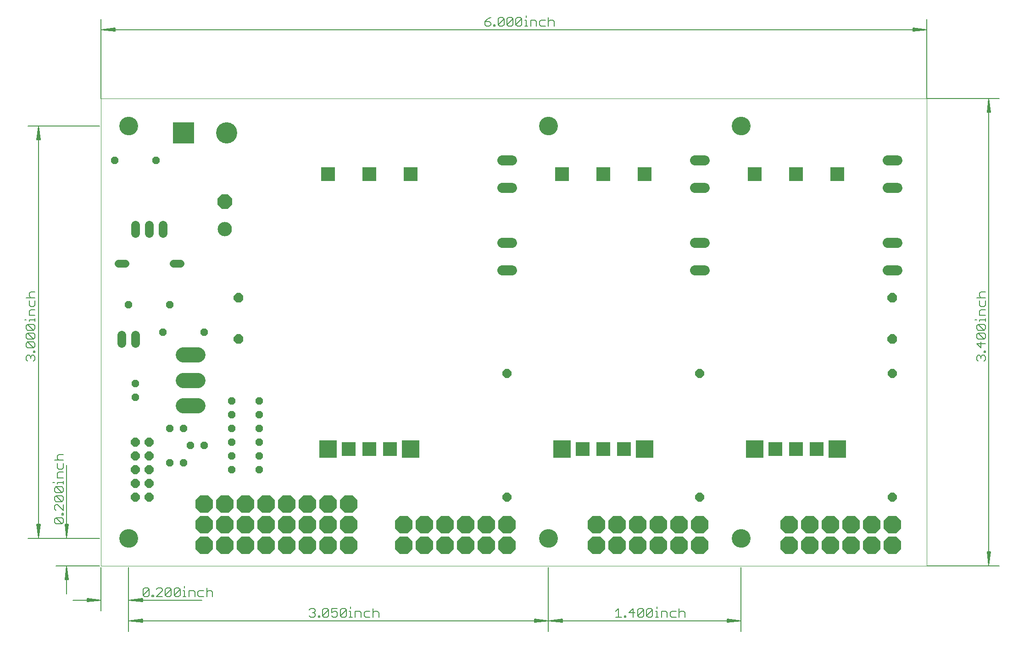
<source format=gts>
G75*
%MOIN*%
%OFA0B0*%
%FSLAX25Y25*%
%IPPOS*%
%LPD*%
%AMOC8*
5,1,8,0,0,1.08239X$1,22.5*
%
%ADD10C,0.00000*%
%ADD11C,0.00512*%
%ADD12C,0.00600*%
%ADD13C,0.10400*%
%ADD14OC8,0.10400*%
%ADD15C,0.07450*%
%ADD16C,0.13400*%
%ADD17OC8,0.05600*%
%ADD18C,0.11050*%
%ADD19C,0.06400*%
%ADD20C,0.05600*%
%ADD21R,0.09849X0.09849*%
%ADD22R,0.13061X0.13061*%
%ADD23OC8,0.07000*%
%ADD24OC8,0.06400*%
%ADD25OC8,0.12900*%
%ADD26R,0.15400X0.15400*%
%ADD27C,0.15400*%
D10*
X0240000Y0265000D02*
X0240000Y0605000D01*
X0840000Y0605000D01*
X0840000Y0265000D01*
X0240000Y0265000D01*
X0253500Y0285000D02*
X0253502Y0285161D01*
X0253508Y0285321D01*
X0253518Y0285482D01*
X0253532Y0285642D01*
X0253550Y0285802D01*
X0253571Y0285961D01*
X0253597Y0286120D01*
X0253627Y0286278D01*
X0253660Y0286435D01*
X0253698Y0286592D01*
X0253739Y0286747D01*
X0253784Y0286901D01*
X0253833Y0287054D01*
X0253886Y0287206D01*
X0253942Y0287357D01*
X0254003Y0287506D01*
X0254066Y0287654D01*
X0254134Y0287800D01*
X0254205Y0287944D01*
X0254279Y0288086D01*
X0254357Y0288227D01*
X0254439Y0288365D01*
X0254524Y0288502D01*
X0254612Y0288636D01*
X0254704Y0288768D01*
X0254799Y0288898D01*
X0254897Y0289026D01*
X0254998Y0289151D01*
X0255102Y0289273D01*
X0255209Y0289393D01*
X0255319Y0289510D01*
X0255432Y0289625D01*
X0255548Y0289736D01*
X0255667Y0289845D01*
X0255788Y0289950D01*
X0255912Y0290053D01*
X0256038Y0290153D01*
X0256166Y0290249D01*
X0256297Y0290342D01*
X0256431Y0290432D01*
X0256566Y0290519D01*
X0256704Y0290602D01*
X0256843Y0290682D01*
X0256985Y0290758D01*
X0257128Y0290831D01*
X0257273Y0290900D01*
X0257420Y0290966D01*
X0257568Y0291028D01*
X0257718Y0291086D01*
X0257869Y0291141D01*
X0258022Y0291192D01*
X0258176Y0291239D01*
X0258331Y0291282D01*
X0258487Y0291321D01*
X0258643Y0291357D01*
X0258801Y0291388D01*
X0258959Y0291416D01*
X0259118Y0291440D01*
X0259278Y0291460D01*
X0259438Y0291476D01*
X0259598Y0291488D01*
X0259759Y0291496D01*
X0259920Y0291500D01*
X0260080Y0291500D01*
X0260241Y0291496D01*
X0260402Y0291488D01*
X0260562Y0291476D01*
X0260722Y0291460D01*
X0260882Y0291440D01*
X0261041Y0291416D01*
X0261199Y0291388D01*
X0261357Y0291357D01*
X0261513Y0291321D01*
X0261669Y0291282D01*
X0261824Y0291239D01*
X0261978Y0291192D01*
X0262131Y0291141D01*
X0262282Y0291086D01*
X0262432Y0291028D01*
X0262580Y0290966D01*
X0262727Y0290900D01*
X0262872Y0290831D01*
X0263015Y0290758D01*
X0263157Y0290682D01*
X0263296Y0290602D01*
X0263434Y0290519D01*
X0263569Y0290432D01*
X0263703Y0290342D01*
X0263834Y0290249D01*
X0263962Y0290153D01*
X0264088Y0290053D01*
X0264212Y0289950D01*
X0264333Y0289845D01*
X0264452Y0289736D01*
X0264568Y0289625D01*
X0264681Y0289510D01*
X0264791Y0289393D01*
X0264898Y0289273D01*
X0265002Y0289151D01*
X0265103Y0289026D01*
X0265201Y0288898D01*
X0265296Y0288768D01*
X0265388Y0288636D01*
X0265476Y0288502D01*
X0265561Y0288365D01*
X0265643Y0288227D01*
X0265721Y0288086D01*
X0265795Y0287944D01*
X0265866Y0287800D01*
X0265934Y0287654D01*
X0265997Y0287506D01*
X0266058Y0287357D01*
X0266114Y0287206D01*
X0266167Y0287054D01*
X0266216Y0286901D01*
X0266261Y0286747D01*
X0266302Y0286592D01*
X0266340Y0286435D01*
X0266373Y0286278D01*
X0266403Y0286120D01*
X0266429Y0285961D01*
X0266450Y0285802D01*
X0266468Y0285642D01*
X0266482Y0285482D01*
X0266492Y0285321D01*
X0266498Y0285161D01*
X0266500Y0285000D01*
X0266498Y0284839D01*
X0266492Y0284679D01*
X0266482Y0284518D01*
X0266468Y0284358D01*
X0266450Y0284198D01*
X0266429Y0284039D01*
X0266403Y0283880D01*
X0266373Y0283722D01*
X0266340Y0283565D01*
X0266302Y0283408D01*
X0266261Y0283253D01*
X0266216Y0283099D01*
X0266167Y0282946D01*
X0266114Y0282794D01*
X0266058Y0282643D01*
X0265997Y0282494D01*
X0265934Y0282346D01*
X0265866Y0282200D01*
X0265795Y0282056D01*
X0265721Y0281914D01*
X0265643Y0281773D01*
X0265561Y0281635D01*
X0265476Y0281498D01*
X0265388Y0281364D01*
X0265296Y0281232D01*
X0265201Y0281102D01*
X0265103Y0280974D01*
X0265002Y0280849D01*
X0264898Y0280727D01*
X0264791Y0280607D01*
X0264681Y0280490D01*
X0264568Y0280375D01*
X0264452Y0280264D01*
X0264333Y0280155D01*
X0264212Y0280050D01*
X0264088Y0279947D01*
X0263962Y0279847D01*
X0263834Y0279751D01*
X0263703Y0279658D01*
X0263569Y0279568D01*
X0263434Y0279481D01*
X0263296Y0279398D01*
X0263157Y0279318D01*
X0263015Y0279242D01*
X0262872Y0279169D01*
X0262727Y0279100D01*
X0262580Y0279034D01*
X0262432Y0278972D01*
X0262282Y0278914D01*
X0262131Y0278859D01*
X0261978Y0278808D01*
X0261824Y0278761D01*
X0261669Y0278718D01*
X0261513Y0278679D01*
X0261357Y0278643D01*
X0261199Y0278612D01*
X0261041Y0278584D01*
X0260882Y0278560D01*
X0260722Y0278540D01*
X0260562Y0278524D01*
X0260402Y0278512D01*
X0260241Y0278504D01*
X0260080Y0278500D01*
X0259920Y0278500D01*
X0259759Y0278504D01*
X0259598Y0278512D01*
X0259438Y0278524D01*
X0259278Y0278540D01*
X0259118Y0278560D01*
X0258959Y0278584D01*
X0258801Y0278612D01*
X0258643Y0278643D01*
X0258487Y0278679D01*
X0258331Y0278718D01*
X0258176Y0278761D01*
X0258022Y0278808D01*
X0257869Y0278859D01*
X0257718Y0278914D01*
X0257568Y0278972D01*
X0257420Y0279034D01*
X0257273Y0279100D01*
X0257128Y0279169D01*
X0256985Y0279242D01*
X0256843Y0279318D01*
X0256704Y0279398D01*
X0256566Y0279481D01*
X0256431Y0279568D01*
X0256297Y0279658D01*
X0256166Y0279751D01*
X0256038Y0279847D01*
X0255912Y0279947D01*
X0255788Y0280050D01*
X0255667Y0280155D01*
X0255548Y0280264D01*
X0255432Y0280375D01*
X0255319Y0280490D01*
X0255209Y0280607D01*
X0255102Y0280727D01*
X0254998Y0280849D01*
X0254897Y0280974D01*
X0254799Y0281102D01*
X0254704Y0281232D01*
X0254612Y0281364D01*
X0254524Y0281498D01*
X0254439Y0281635D01*
X0254357Y0281773D01*
X0254279Y0281914D01*
X0254205Y0282056D01*
X0254134Y0282200D01*
X0254066Y0282346D01*
X0254003Y0282494D01*
X0253942Y0282643D01*
X0253886Y0282794D01*
X0253833Y0282946D01*
X0253784Y0283099D01*
X0253739Y0283253D01*
X0253698Y0283408D01*
X0253660Y0283565D01*
X0253627Y0283722D01*
X0253597Y0283880D01*
X0253571Y0284039D01*
X0253550Y0284198D01*
X0253532Y0284358D01*
X0253518Y0284518D01*
X0253508Y0284679D01*
X0253502Y0284839D01*
X0253500Y0285000D01*
X0558500Y0285000D02*
X0558502Y0285161D01*
X0558508Y0285321D01*
X0558518Y0285482D01*
X0558532Y0285642D01*
X0558550Y0285802D01*
X0558571Y0285961D01*
X0558597Y0286120D01*
X0558627Y0286278D01*
X0558660Y0286435D01*
X0558698Y0286592D01*
X0558739Y0286747D01*
X0558784Y0286901D01*
X0558833Y0287054D01*
X0558886Y0287206D01*
X0558942Y0287357D01*
X0559003Y0287506D01*
X0559066Y0287654D01*
X0559134Y0287800D01*
X0559205Y0287944D01*
X0559279Y0288086D01*
X0559357Y0288227D01*
X0559439Y0288365D01*
X0559524Y0288502D01*
X0559612Y0288636D01*
X0559704Y0288768D01*
X0559799Y0288898D01*
X0559897Y0289026D01*
X0559998Y0289151D01*
X0560102Y0289273D01*
X0560209Y0289393D01*
X0560319Y0289510D01*
X0560432Y0289625D01*
X0560548Y0289736D01*
X0560667Y0289845D01*
X0560788Y0289950D01*
X0560912Y0290053D01*
X0561038Y0290153D01*
X0561166Y0290249D01*
X0561297Y0290342D01*
X0561431Y0290432D01*
X0561566Y0290519D01*
X0561704Y0290602D01*
X0561843Y0290682D01*
X0561985Y0290758D01*
X0562128Y0290831D01*
X0562273Y0290900D01*
X0562420Y0290966D01*
X0562568Y0291028D01*
X0562718Y0291086D01*
X0562869Y0291141D01*
X0563022Y0291192D01*
X0563176Y0291239D01*
X0563331Y0291282D01*
X0563487Y0291321D01*
X0563643Y0291357D01*
X0563801Y0291388D01*
X0563959Y0291416D01*
X0564118Y0291440D01*
X0564278Y0291460D01*
X0564438Y0291476D01*
X0564598Y0291488D01*
X0564759Y0291496D01*
X0564920Y0291500D01*
X0565080Y0291500D01*
X0565241Y0291496D01*
X0565402Y0291488D01*
X0565562Y0291476D01*
X0565722Y0291460D01*
X0565882Y0291440D01*
X0566041Y0291416D01*
X0566199Y0291388D01*
X0566357Y0291357D01*
X0566513Y0291321D01*
X0566669Y0291282D01*
X0566824Y0291239D01*
X0566978Y0291192D01*
X0567131Y0291141D01*
X0567282Y0291086D01*
X0567432Y0291028D01*
X0567580Y0290966D01*
X0567727Y0290900D01*
X0567872Y0290831D01*
X0568015Y0290758D01*
X0568157Y0290682D01*
X0568296Y0290602D01*
X0568434Y0290519D01*
X0568569Y0290432D01*
X0568703Y0290342D01*
X0568834Y0290249D01*
X0568962Y0290153D01*
X0569088Y0290053D01*
X0569212Y0289950D01*
X0569333Y0289845D01*
X0569452Y0289736D01*
X0569568Y0289625D01*
X0569681Y0289510D01*
X0569791Y0289393D01*
X0569898Y0289273D01*
X0570002Y0289151D01*
X0570103Y0289026D01*
X0570201Y0288898D01*
X0570296Y0288768D01*
X0570388Y0288636D01*
X0570476Y0288502D01*
X0570561Y0288365D01*
X0570643Y0288227D01*
X0570721Y0288086D01*
X0570795Y0287944D01*
X0570866Y0287800D01*
X0570934Y0287654D01*
X0570997Y0287506D01*
X0571058Y0287357D01*
X0571114Y0287206D01*
X0571167Y0287054D01*
X0571216Y0286901D01*
X0571261Y0286747D01*
X0571302Y0286592D01*
X0571340Y0286435D01*
X0571373Y0286278D01*
X0571403Y0286120D01*
X0571429Y0285961D01*
X0571450Y0285802D01*
X0571468Y0285642D01*
X0571482Y0285482D01*
X0571492Y0285321D01*
X0571498Y0285161D01*
X0571500Y0285000D01*
X0571498Y0284839D01*
X0571492Y0284679D01*
X0571482Y0284518D01*
X0571468Y0284358D01*
X0571450Y0284198D01*
X0571429Y0284039D01*
X0571403Y0283880D01*
X0571373Y0283722D01*
X0571340Y0283565D01*
X0571302Y0283408D01*
X0571261Y0283253D01*
X0571216Y0283099D01*
X0571167Y0282946D01*
X0571114Y0282794D01*
X0571058Y0282643D01*
X0570997Y0282494D01*
X0570934Y0282346D01*
X0570866Y0282200D01*
X0570795Y0282056D01*
X0570721Y0281914D01*
X0570643Y0281773D01*
X0570561Y0281635D01*
X0570476Y0281498D01*
X0570388Y0281364D01*
X0570296Y0281232D01*
X0570201Y0281102D01*
X0570103Y0280974D01*
X0570002Y0280849D01*
X0569898Y0280727D01*
X0569791Y0280607D01*
X0569681Y0280490D01*
X0569568Y0280375D01*
X0569452Y0280264D01*
X0569333Y0280155D01*
X0569212Y0280050D01*
X0569088Y0279947D01*
X0568962Y0279847D01*
X0568834Y0279751D01*
X0568703Y0279658D01*
X0568569Y0279568D01*
X0568434Y0279481D01*
X0568296Y0279398D01*
X0568157Y0279318D01*
X0568015Y0279242D01*
X0567872Y0279169D01*
X0567727Y0279100D01*
X0567580Y0279034D01*
X0567432Y0278972D01*
X0567282Y0278914D01*
X0567131Y0278859D01*
X0566978Y0278808D01*
X0566824Y0278761D01*
X0566669Y0278718D01*
X0566513Y0278679D01*
X0566357Y0278643D01*
X0566199Y0278612D01*
X0566041Y0278584D01*
X0565882Y0278560D01*
X0565722Y0278540D01*
X0565562Y0278524D01*
X0565402Y0278512D01*
X0565241Y0278504D01*
X0565080Y0278500D01*
X0564920Y0278500D01*
X0564759Y0278504D01*
X0564598Y0278512D01*
X0564438Y0278524D01*
X0564278Y0278540D01*
X0564118Y0278560D01*
X0563959Y0278584D01*
X0563801Y0278612D01*
X0563643Y0278643D01*
X0563487Y0278679D01*
X0563331Y0278718D01*
X0563176Y0278761D01*
X0563022Y0278808D01*
X0562869Y0278859D01*
X0562718Y0278914D01*
X0562568Y0278972D01*
X0562420Y0279034D01*
X0562273Y0279100D01*
X0562128Y0279169D01*
X0561985Y0279242D01*
X0561843Y0279318D01*
X0561704Y0279398D01*
X0561566Y0279481D01*
X0561431Y0279568D01*
X0561297Y0279658D01*
X0561166Y0279751D01*
X0561038Y0279847D01*
X0560912Y0279947D01*
X0560788Y0280050D01*
X0560667Y0280155D01*
X0560548Y0280264D01*
X0560432Y0280375D01*
X0560319Y0280490D01*
X0560209Y0280607D01*
X0560102Y0280727D01*
X0559998Y0280849D01*
X0559897Y0280974D01*
X0559799Y0281102D01*
X0559704Y0281232D01*
X0559612Y0281364D01*
X0559524Y0281498D01*
X0559439Y0281635D01*
X0559357Y0281773D01*
X0559279Y0281914D01*
X0559205Y0282056D01*
X0559134Y0282200D01*
X0559066Y0282346D01*
X0559003Y0282494D01*
X0558942Y0282643D01*
X0558886Y0282794D01*
X0558833Y0282946D01*
X0558784Y0283099D01*
X0558739Y0283253D01*
X0558698Y0283408D01*
X0558660Y0283565D01*
X0558627Y0283722D01*
X0558597Y0283880D01*
X0558571Y0284039D01*
X0558550Y0284198D01*
X0558532Y0284358D01*
X0558518Y0284518D01*
X0558508Y0284679D01*
X0558502Y0284839D01*
X0558500Y0285000D01*
X0698500Y0285000D02*
X0698502Y0285161D01*
X0698508Y0285321D01*
X0698518Y0285482D01*
X0698532Y0285642D01*
X0698550Y0285802D01*
X0698571Y0285961D01*
X0698597Y0286120D01*
X0698627Y0286278D01*
X0698660Y0286435D01*
X0698698Y0286592D01*
X0698739Y0286747D01*
X0698784Y0286901D01*
X0698833Y0287054D01*
X0698886Y0287206D01*
X0698942Y0287357D01*
X0699003Y0287506D01*
X0699066Y0287654D01*
X0699134Y0287800D01*
X0699205Y0287944D01*
X0699279Y0288086D01*
X0699357Y0288227D01*
X0699439Y0288365D01*
X0699524Y0288502D01*
X0699612Y0288636D01*
X0699704Y0288768D01*
X0699799Y0288898D01*
X0699897Y0289026D01*
X0699998Y0289151D01*
X0700102Y0289273D01*
X0700209Y0289393D01*
X0700319Y0289510D01*
X0700432Y0289625D01*
X0700548Y0289736D01*
X0700667Y0289845D01*
X0700788Y0289950D01*
X0700912Y0290053D01*
X0701038Y0290153D01*
X0701166Y0290249D01*
X0701297Y0290342D01*
X0701431Y0290432D01*
X0701566Y0290519D01*
X0701704Y0290602D01*
X0701843Y0290682D01*
X0701985Y0290758D01*
X0702128Y0290831D01*
X0702273Y0290900D01*
X0702420Y0290966D01*
X0702568Y0291028D01*
X0702718Y0291086D01*
X0702869Y0291141D01*
X0703022Y0291192D01*
X0703176Y0291239D01*
X0703331Y0291282D01*
X0703487Y0291321D01*
X0703643Y0291357D01*
X0703801Y0291388D01*
X0703959Y0291416D01*
X0704118Y0291440D01*
X0704278Y0291460D01*
X0704438Y0291476D01*
X0704598Y0291488D01*
X0704759Y0291496D01*
X0704920Y0291500D01*
X0705080Y0291500D01*
X0705241Y0291496D01*
X0705402Y0291488D01*
X0705562Y0291476D01*
X0705722Y0291460D01*
X0705882Y0291440D01*
X0706041Y0291416D01*
X0706199Y0291388D01*
X0706357Y0291357D01*
X0706513Y0291321D01*
X0706669Y0291282D01*
X0706824Y0291239D01*
X0706978Y0291192D01*
X0707131Y0291141D01*
X0707282Y0291086D01*
X0707432Y0291028D01*
X0707580Y0290966D01*
X0707727Y0290900D01*
X0707872Y0290831D01*
X0708015Y0290758D01*
X0708157Y0290682D01*
X0708296Y0290602D01*
X0708434Y0290519D01*
X0708569Y0290432D01*
X0708703Y0290342D01*
X0708834Y0290249D01*
X0708962Y0290153D01*
X0709088Y0290053D01*
X0709212Y0289950D01*
X0709333Y0289845D01*
X0709452Y0289736D01*
X0709568Y0289625D01*
X0709681Y0289510D01*
X0709791Y0289393D01*
X0709898Y0289273D01*
X0710002Y0289151D01*
X0710103Y0289026D01*
X0710201Y0288898D01*
X0710296Y0288768D01*
X0710388Y0288636D01*
X0710476Y0288502D01*
X0710561Y0288365D01*
X0710643Y0288227D01*
X0710721Y0288086D01*
X0710795Y0287944D01*
X0710866Y0287800D01*
X0710934Y0287654D01*
X0710997Y0287506D01*
X0711058Y0287357D01*
X0711114Y0287206D01*
X0711167Y0287054D01*
X0711216Y0286901D01*
X0711261Y0286747D01*
X0711302Y0286592D01*
X0711340Y0286435D01*
X0711373Y0286278D01*
X0711403Y0286120D01*
X0711429Y0285961D01*
X0711450Y0285802D01*
X0711468Y0285642D01*
X0711482Y0285482D01*
X0711492Y0285321D01*
X0711498Y0285161D01*
X0711500Y0285000D01*
X0711498Y0284839D01*
X0711492Y0284679D01*
X0711482Y0284518D01*
X0711468Y0284358D01*
X0711450Y0284198D01*
X0711429Y0284039D01*
X0711403Y0283880D01*
X0711373Y0283722D01*
X0711340Y0283565D01*
X0711302Y0283408D01*
X0711261Y0283253D01*
X0711216Y0283099D01*
X0711167Y0282946D01*
X0711114Y0282794D01*
X0711058Y0282643D01*
X0710997Y0282494D01*
X0710934Y0282346D01*
X0710866Y0282200D01*
X0710795Y0282056D01*
X0710721Y0281914D01*
X0710643Y0281773D01*
X0710561Y0281635D01*
X0710476Y0281498D01*
X0710388Y0281364D01*
X0710296Y0281232D01*
X0710201Y0281102D01*
X0710103Y0280974D01*
X0710002Y0280849D01*
X0709898Y0280727D01*
X0709791Y0280607D01*
X0709681Y0280490D01*
X0709568Y0280375D01*
X0709452Y0280264D01*
X0709333Y0280155D01*
X0709212Y0280050D01*
X0709088Y0279947D01*
X0708962Y0279847D01*
X0708834Y0279751D01*
X0708703Y0279658D01*
X0708569Y0279568D01*
X0708434Y0279481D01*
X0708296Y0279398D01*
X0708157Y0279318D01*
X0708015Y0279242D01*
X0707872Y0279169D01*
X0707727Y0279100D01*
X0707580Y0279034D01*
X0707432Y0278972D01*
X0707282Y0278914D01*
X0707131Y0278859D01*
X0706978Y0278808D01*
X0706824Y0278761D01*
X0706669Y0278718D01*
X0706513Y0278679D01*
X0706357Y0278643D01*
X0706199Y0278612D01*
X0706041Y0278584D01*
X0705882Y0278560D01*
X0705722Y0278540D01*
X0705562Y0278524D01*
X0705402Y0278512D01*
X0705241Y0278504D01*
X0705080Y0278500D01*
X0704920Y0278500D01*
X0704759Y0278504D01*
X0704598Y0278512D01*
X0704438Y0278524D01*
X0704278Y0278540D01*
X0704118Y0278560D01*
X0703959Y0278584D01*
X0703801Y0278612D01*
X0703643Y0278643D01*
X0703487Y0278679D01*
X0703331Y0278718D01*
X0703176Y0278761D01*
X0703022Y0278808D01*
X0702869Y0278859D01*
X0702718Y0278914D01*
X0702568Y0278972D01*
X0702420Y0279034D01*
X0702273Y0279100D01*
X0702128Y0279169D01*
X0701985Y0279242D01*
X0701843Y0279318D01*
X0701704Y0279398D01*
X0701566Y0279481D01*
X0701431Y0279568D01*
X0701297Y0279658D01*
X0701166Y0279751D01*
X0701038Y0279847D01*
X0700912Y0279947D01*
X0700788Y0280050D01*
X0700667Y0280155D01*
X0700548Y0280264D01*
X0700432Y0280375D01*
X0700319Y0280490D01*
X0700209Y0280607D01*
X0700102Y0280727D01*
X0699998Y0280849D01*
X0699897Y0280974D01*
X0699799Y0281102D01*
X0699704Y0281232D01*
X0699612Y0281364D01*
X0699524Y0281498D01*
X0699439Y0281635D01*
X0699357Y0281773D01*
X0699279Y0281914D01*
X0699205Y0282056D01*
X0699134Y0282200D01*
X0699066Y0282346D01*
X0699003Y0282494D01*
X0698942Y0282643D01*
X0698886Y0282794D01*
X0698833Y0282946D01*
X0698784Y0283099D01*
X0698739Y0283253D01*
X0698698Y0283408D01*
X0698660Y0283565D01*
X0698627Y0283722D01*
X0698597Y0283880D01*
X0698571Y0284039D01*
X0698550Y0284198D01*
X0698532Y0284358D01*
X0698518Y0284518D01*
X0698508Y0284679D01*
X0698502Y0284839D01*
X0698500Y0285000D01*
X0698500Y0585000D02*
X0698502Y0585161D01*
X0698508Y0585321D01*
X0698518Y0585482D01*
X0698532Y0585642D01*
X0698550Y0585802D01*
X0698571Y0585961D01*
X0698597Y0586120D01*
X0698627Y0586278D01*
X0698660Y0586435D01*
X0698698Y0586592D01*
X0698739Y0586747D01*
X0698784Y0586901D01*
X0698833Y0587054D01*
X0698886Y0587206D01*
X0698942Y0587357D01*
X0699003Y0587506D01*
X0699066Y0587654D01*
X0699134Y0587800D01*
X0699205Y0587944D01*
X0699279Y0588086D01*
X0699357Y0588227D01*
X0699439Y0588365D01*
X0699524Y0588502D01*
X0699612Y0588636D01*
X0699704Y0588768D01*
X0699799Y0588898D01*
X0699897Y0589026D01*
X0699998Y0589151D01*
X0700102Y0589273D01*
X0700209Y0589393D01*
X0700319Y0589510D01*
X0700432Y0589625D01*
X0700548Y0589736D01*
X0700667Y0589845D01*
X0700788Y0589950D01*
X0700912Y0590053D01*
X0701038Y0590153D01*
X0701166Y0590249D01*
X0701297Y0590342D01*
X0701431Y0590432D01*
X0701566Y0590519D01*
X0701704Y0590602D01*
X0701843Y0590682D01*
X0701985Y0590758D01*
X0702128Y0590831D01*
X0702273Y0590900D01*
X0702420Y0590966D01*
X0702568Y0591028D01*
X0702718Y0591086D01*
X0702869Y0591141D01*
X0703022Y0591192D01*
X0703176Y0591239D01*
X0703331Y0591282D01*
X0703487Y0591321D01*
X0703643Y0591357D01*
X0703801Y0591388D01*
X0703959Y0591416D01*
X0704118Y0591440D01*
X0704278Y0591460D01*
X0704438Y0591476D01*
X0704598Y0591488D01*
X0704759Y0591496D01*
X0704920Y0591500D01*
X0705080Y0591500D01*
X0705241Y0591496D01*
X0705402Y0591488D01*
X0705562Y0591476D01*
X0705722Y0591460D01*
X0705882Y0591440D01*
X0706041Y0591416D01*
X0706199Y0591388D01*
X0706357Y0591357D01*
X0706513Y0591321D01*
X0706669Y0591282D01*
X0706824Y0591239D01*
X0706978Y0591192D01*
X0707131Y0591141D01*
X0707282Y0591086D01*
X0707432Y0591028D01*
X0707580Y0590966D01*
X0707727Y0590900D01*
X0707872Y0590831D01*
X0708015Y0590758D01*
X0708157Y0590682D01*
X0708296Y0590602D01*
X0708434Y0590519D01*
X0708569Y0590432D01*
X0708703Y0590342D01*
X0708834Y0590249D01*
X0708962Y0590153D01*
X0709088Y0590053D01*
X0709212Y0589950D01*
X0709333Y0589845D01*
X0709452Y0589736D01*
X0709568Y0589625D01*
X0709681Y0589510D01*
X0709791Y0589393D01*
X0709898Y0589273D01*
X0710002Y0589151D01*
X0710103Y0589026D01*
X0710201Y0588898D01*
X0710296Y0588768D01*
X0710388Y0588636D01*
X0710476Y0588502D01*
X0710561Y0588365D01*
X0710643Y0588227D01*
X0710721Y0588086D01*
X0710795Y0587944D01*
X0710866Y0587800D01*
X0710934Y0587654D01*
X0710997Y0587506D01*
X0711058Y0587357D01*
X0711114Y0587206D01*
X0711167Y0587054D01*
X0711216Y0586901D01*
X0711261Y0586747D01*
X0711302Y0586592D01*
X0711340Y0586435D01*
X0711373Y0586278D01*
X0711403Y0586120D01*
X0711429Y0585961D01*
X0711450Y0585802D01*
X0711468Y0585642D01*
X0711482Y0585482D01*
X0711492Y0585321D01*
X0711498Y0585161D01*
X0711500Y0585000D01*
X0711498Y0584839D01*
X0711492Y0584679D01*
X0711482Y0584518D01*
X0711468Y0584358D01*
X0711450Y0584198D01*
X0711429Y0584039D01*
X0711403Y0583880D01*
X0711373Y0583722D01*
X0711340Y0583565D01*
X0711302Y0583408D01*
X0711261Y0583253D01*
X0711216Y0583099D01*
X0711167Y0582946D01*
X0711114Y0582794D01*
X0711058Y0582643D01*
X0710997Y0582494D01*
X0710934Y0582346D01*
X0710866Y0582200D01*
X0710795Y0582056D01*
X0710721Y0581914D01*
X0710643Y0581773D01*
X0710561Y0581635D01*
X0710476Y0581498D01*
X0710388Y0581364D01*
X0710296Y0581232D01*
X0710201Y0581102D01*
X0710103Y0580974D01*
X0710002Y0580849D01*
X0709898Y0580727D01*
X0709791Y0580607D01*
X0709681Y0580490D01*
X0709568Y0580375D01*
X0709452Y0580264D01*
X0709333Y0580155D01*
X0709212Y0580050D01*
X0709088Y0579947D01*
X0708962Y0579847D01*
X0708834Y0579751D01*
X0708703Y0579658D01*
X0708569Y0579568D01*
X0708434Y0579481D01*
X0708296Y0579398D01*
X0708157Y0579318D01*
X0708015Y0579242D01*
X0707872Y0579169D01*
X0707727Y0579100D01*
X0707580Y0579034D01*
X0707432Y0578972D01*
X0707282Y0578914D01*
X0707131Y0578859D01*
X0706978Y0578808D01*
X0706824Y0578761D01*
X0706669Y0578718D01*
X0706513Y0578679D01*
X0706357Y0578643D01*
X0706199Y0578612D01*
X0706041Y0578584D01*
X0705882Y0578560D01*
X0705722Y0578540D01*
X0705562Y0578524D01*
X0705402Y0578512D01*
X0705241Y0578504D01*
X0705080Y0578500D01*
X0704920Y0578500D01*
X0704759Y0578504D01*
X0704598Y0578512D01*
X0704438Y0578524D01*
X0704278Y0578540D01*
X0704118Y0578560D01*
X0703959Y0578584D01*
X0703801Y0578612D01*
X0703643Y0578643D01*
X0703487Y0578679D01*
X0703331Y0578718D01*
X0703176Y0578761D01*
X0703022Y0578808D01*
X0702869Y0578859D01*
X0702718Y0578914D01*
X0702568Y0578972D01*
X0702420Y0579034D01*
X0702273Y0579100D01*
X0702128Y0579169D01*
X0701985Y0579242D01*
X0701843Y0579318D01*
X0701704Y0579398D01*
X0701566Y0579481D01*
X0701431Y0579568D01*
X0701297Y0579658D01*
X0701166Y0579751D01*
X0701038Y0579847D01*
X0700912Y0579947D01*
X0700788Y0580050D01*
X0700667Y0580155D01*
X0700548Y0580264D01*
X0700432Y0580375D01*
X0700319Y0580490D01*
X0700209Y0580607D01*
X0700102Y0580727D01*
X0699998Y0580849D01*
X0699897Y0580974D01*
X0699799Y0581102D01*
X0699704Y0581232D01*
X0699612Y0581364D01*
X0699524Y0581498D01*
X0699439Y0581635D01*
X0699357Y0581773D01*
X0699279Y0581914D01*
X0699205Y0582056D01*
X0699134Y0582200D01*
X0699066Y0582346D01*
X0699003Y0582494D01*
X0698942Y0582643D01*
X0698886Y0582794D01*
X0698833Y0582946D01*
X0698784Y0583099D01*
X0698739Y0583253D01*
X0698698Y0583408D01*
X0698660Y0583565D01*
X0698627Y0583722D01*
X0698597Y0583880D01*
X0698571Y0584039D01*
X0698550Y0584198D01*
X0698532Y0584358D01*
X0698518Y0584518D01*
X0698508Y0584679D01*
X0698502Y0584839D01*
X0698500Y0585000D01*
X0558500Y0585000D02*
X0558502Y0585161D01*
X0558508Y0585321D01*
X0558518Y0585482D01*
X0558532Y0585642D01*
X0558550Y0585802D01*
X0558571Y0585961D01*
X0558597Y0586120D01*
X0558627Y0586278D01*
X0558660Y0586435D01*
X0558698Y0586592D01*
X0558739Y0586747D01*
X0558784Y0586901D01*
X0558833Y0587054D01*
X0558886Y0587206D01*
X0558942Y0587357D01*
X0559003Y0587506D01*
X0559066Y0587654D01*
X0559134Y0587800D01*
X0559205Y0587944D01*
X0559279Y0588086D01*
X0559357Y0588227D01*
X0559439Y0588365D01*
X0559524Y0588502D01*
X0559612Y0588636D01*
X0559704Y0588768D01*
X0559799Y0588898D01*
X0559897Y0589026D01*
X0559998Y0589151D01*
X0560102Y0589273D01*
X0560209Y0589393D01*
X0560319Y0589510D01*
X0560432Y0589625D01*
X0560548Y0589736D01*
X0560667Y0589845D01*
X0560788Y0589950D01*
X0560912Y0590053D01*
X0561038Y0590153D01*
X0561166Y0590249D01*
X0561297Y0590342D01*
X0561431Y0590432D01*
X0561566Y0590519D01*
X0561704Y0590602D01*
X0561843Y0590682D01*
X0561985Y0590758D01*
X0562128Y0590831D01*
X0562273Y0590900D01*
X0562420Y0590966D01*
X0562568Y0591028D01*
X0562718Y0591086D01*
X0562869Y0591141D01*
X0563022Y0591192D01*
X0563176Y0591239D01*
X0563331Y0591282D01*
X0563487Y0591321D01*
X0563643Y0591357D01*
X0563801Y0591388D01*
X0563959Y0591416D01*
X0564118Y0591440D01*
X0564278Y0591460D01*
X0564438Y0591476D01*
X0564598Y0591488D01*
X0564759Y0591496D01*
X0564920Y0591500D01*
X0565080Y0591500D01*
X0565241Y0591496D01*
X0565402Y0591488D01*
X0565562Y0591476D01*
X0565722Y0591460D01*
X0565882Y0591440D01*
X0566041Y0591416D01*
X0566199Y0591388D01*
X0566357Y0591357D01*
X0566513Y0591321D01*
X0566669Y0591282D01*
X0566824Y0591239D01*
X0566978Y0591192D01*
X0567131Y0591141D01*
X0567282Y0591086D01*
X0567432Y0591028D01*
X0567580Y0590966D01*
X0567727Y0590900D01*
X0567872Y0590831D01*
X0568015Y0590758D01*
X0568157Y0590682D01*
X0568296Y0590602D01*
X0568434Y0590519D01*
X0568569Y0590432D01*
X0568703Y0590342D01*
X0568834Y0590249D01*
X0568962Y0590153D01*
X0569088Y0590053D01*
X0569212Y0589950D01*
X0569333Y0589845D01*
X0569452Y0589736D01*
X0569568Y0589625D01*
X0569681Y0589510D01*
X0569791Y0589393D01*
X0569898Y0589273D01*
X0570002Y0589151D01*
X0570103Y0589026D01*
X0570201Y0588898D01*
X0570296Y0588768D01*
X0570388Y0588636D01*
X0570476Y0588502D01*
X0570561Y0588365D01*
X0570643Y0588227D01*
X0570721Y0588086D01*
X0570795Y0587944D01*
X0570866Y0587800D01*
X0570934Y0587654D01*
X0570997Y0587506D01*
X0571058Y0587357D01*
X0571114Y0587206D01*
X0571167Y0587054D01*
X0571216Y0586901D01*
X0571261Y0586747D01*
X0571302Y0586592D01*
X0571340Y0586435D01*
X0571373Y0586278D01*
X0571403Y0586120D01*
X0571429Y0585961D01*
X0571450Y0585802D01*
X0571468Y0585642D01*
X0571482Y0585482D01*
X0571492Y0585321D01*
X0571498Y0585161D01*
X0571500Y0585000D01*
X0571498Y0584839D01*
X0571492Y0584679D01*
X0571482Y0584518D01*
X0571468Y0584358D01*
X0571450Y0584198D01*
X0571429Y0584039D01*
X0571403Y0583880D01*
X0571373Y0583722D01*
X0571340Y0583565D01*
X0571302Y0583408D01*
X0571261Y0583253D01*
X0571216Y0583099D01*
X0571167Y0582946D01*
X0571114Y0582794D01*
X0571058Y0582643D01*
X0570997Y0582494D01*
X0570934Y0582346D01*
X0570866Y0582200D01*
X0570795Y0582056D01*
X0570721Y0581914D01*
X0570643Y0581773D01*
X0570561Y0581635D01*
X0570476Y0581498D01*
X0570388Y0581364D01*
X0570296Y0581232D01*
X0570201Y0581102D01*
X0570103Y0580974D01*
X0570002Y0580849D01*
X0569898Y0580727D01*
X0569791Y0580607D01*
X0569681Y0580490D01*
X0569568Y0580375D01*
X0569452Y0580264D01*
X0569333Y0580155D01*
X0569212Y0580050D01*
X0569088Y0579947D01*
X0568962Y0579847D01*
X0568834Y0579751D01*
X0568703Y0579658D01*
X0568569Y0579568D01*
X0568434Y0579481D01*
X0568296Y0579398D01*
X0568157Y0579318D01*
X0568015Y0579242D01*
X0567872Y0579169D01*
X0567727Y0579100D01*
X0567580Y0579034D01*
X0567432Y0578972D01*
X0567282Y0578914D01*
X0567131Y0578859D01*
X0566978Y0578808D01*
X0566824Y0578761D01*
X0566669Y0578718D01*
X0566513Y0578679D01*
X0566357Y0578643D01*
X0566199Y0578612D01*
X0566041Y0578584D01*
X0565882Y0578560D01*
X0565722Y0578540D01*
X0565562Y0578524D01*
X0565402Y0578512D01*
X0565241Y0578504D01*
X0565080Y0578500D01*
X0564920Y0578500D01*
X0564759Y0578504D01*
X0564598Y0578512D01*
X0564438Y0578524D01*
X0564278Y0578540D01*
X0564118Y0578560D01*
X0563959Y0578584D01*
X0563801Y0578612D01*
X0563643Y0578643D01*
X0563487Y0578679D01*
X0563331Y0578718D01*
X0563176Y0578761D01*
X0563022Y0578808D01*
X0562869Y0578859D01*
X0562718Y0578914D01*
X0562568Y0578972D01*
X0562420Y0579034D01*
X0562273Y0579100D01*
X0562128Y0579169D01*
X0561985Y0579242D01*
X0561843Y0579318D01*
X0561704Y0579398D01*
X0561566Y0579481D01*
X0561431Y0579568D01*
X0561297Y0579658D01*
X0561166Y0579751D01*
X0561038Y0579847D01*
X0560912Y0579947D01*
X0560788Y0580050D01*
X0560667Y0580155D01*
X0560548Y0580264D01*
X0560432Y0580375D01*
X0560319Y0580490D01*
X0560209Y0580607D01*
X0560102Y0580727D01*
X0559998Y0580849D01*
X0559897Y0580974D01*
X0559799Y0581102D01*
X0559704Y0581232D01*
X0559612Y0581364D01*
X0559524Y0581498D01*
X0559439Y0581635D01*
X0559357Y0581773D01*
X0559279Y0581914D01*
X0559205Y0582056D01*
X0559134Y0582200D01*
X0559066Y0582346D01*
X0559003Y0582494D01*
X0558942Y0582643D01*
X0558886Y0582794D01*
X0558833Y0582946D01*
X0558784Y0583099D01*
X0558739Y0583253D01*
X0558698Y0583408D01*
X0558660Y0583565D01*
X0558627Y0583722D01*
X0558597Y0583880D01*
X0558571Y0584039D01*
X0558550Y0584198D01*
X0558532Y0584358D01*
X0558518Y0584518D01*
X0558508Y0584679D01*
X0558502Y0584839D01*
X0558500Y0585000D01*
X0253500Y0585000D02*
X0253502Y0585161D01*
X0253508Y0585321D01*
X0253518Y0585482D01*
X0253532Y0585642D01*
X0253550Y0585802D01*
X0253571Y0585961D01*
X0253597Y0586120D01*
X0253627Y0586278D01*
X0253660Y0586435D01*
X0253698Y0586592D01*
X0253739Y0586747D01*
X0253784Y0586901D01*
X0253833Y0587054D01*
X0253886Y0587206D01*
X0253942Y0587357D01*
X0254003Y0587506D01*
X0254066Y0587654D01*
X0254134Y0587800D01*
X0254205Y0587944D01*
X0254279Y0588086D01*
X0254357Y0588227D01*
X0254439Y0588365D01*
X0254524Y0588502D01*
X0254612Y0588636D01*
X0254704Y0588768D01*
X0254799Y0588898D01*
X0254897Y0589026D01*
X0254998Y0589151D01*
X0255102Y0589273D01*
X0255209Y0589393D01*
X0255319Y0589510D01*
X0255432Y0589625D01*
X0255548Y0589736D01*
X0255667Y0589845D01*
X0255788Y0589950D01*
X0255912Y0590053D01*
X0256038Y0590153D01*
X0256166Y0590249D01*
X0256297Y0590342D01*
X0256431Y0590432D01*
X0256566Y0590519D01*
X0256704Y0590602D01*
X0256843Y0590682D01*
X0256985Y0590758D01*
X0257128Y0590831D01*
X0257273Y0590900D01*
X0257420Y0590966D01*
X0257568Y0591028D01*
X0257718Y0591086D01*
X0257869Y0591141D01*
X0258022Y0591192D01*
X0258176Y0591239D01*
X0258331Y0591282D01*
X0258487Y0591321D01*
X0258643Y0591357D01*
X0258801Y0591388D01*
X0258959Y0591416D01*
X0259118Y0591440D01*
X0259278Y0591460D01*
X0259438Y0591476D01*
X0259598Y0591488D01*
X0259759Y0591496D01*
X0259920Y0591500D01*
X0260080Y0591500D01*
X0260241Y0591496D01*
X0260402Y0591488D01*
X0260562Y0591476D01*
X0260722Y0591460D01*
X0260882Y0591440D01*
X0261041Y0591416D01*
X0261199Y0591388D01*
X0261357Y0591357D01*
X0261513Y0591321D01*
X0261669Y0591282D01*
X0261824Y0591239D01*
X0261978Y0591192D01*
X0262131Y0591141D01*
X0262282Y0591086D01*
X0262432Y0591028D01*
X0262580Y0590966D01*
X0262727Y0590900D01*
X0262872Y0590831D01*
X0263015Y0590758D01*
X0263157Y0590682D01*
X0263296Y0590602D01*
X0263434Y0590519D01*
X0263569Y0590432D01*
X0263703Y0590342D01*
X0263834Y0590249D01*
X0263962Y0590153D01*
X0264088Y0590053D01*
X0264212Y0589950D01*
X0264333Y0589845D01*
X0264452Y0589736D01*
X0264568Y0589625D01*
X0264681Y0589510D01*
X0264791Y0589393D01*
X0264898Y0589273D01*
X0265002Y0589151D01*
X0265103Y0589026D01*
X0265201Y0588898D01*
X0265296Y0588768D01*
X0265388Y0588636D01*
X0265476Y0588502D01*
X0265561Y0588365D01*
X0265643Y0588227D01*
X0265721Y0588086D01*
X0265795Y0587944D01*
X0265866Y0587800D01*
X0265934Y0587654D01*
X0265997Y0587506D01*
X0266058Y0587357D01*
X0266114Y0587206D01*
X0266167Y0587054D01*
X0266216Y0586901D01*
X0266261Y0586747D01*
X0266302Y0586592D01*
X0266340Y0586435D01*
X0266373Y0586278D01*
X0266403Y0586120D01*
X0266429Y0585961D01*
X0266450Y0585802D01*
X0266468Y0585642D01*
X0266482Y0585482D01*
X0266492Y0585321D01*
X0266498Y0585161D01*
X0266500Y0585000D01*
X0266498Y0584839D01*
X0266492Y0584679D01*
X0266482Y0584518D01*
X0266468Y0584358D01*
X0266450Y0584198D01*
X0266429Y0584039D01*
X0266403Y0583880D01*
X0266373Y0583722D01*
X0266340Y0583565D01*
X0266302Y0583408D01*
X0266261Y0583253D01*
X0266216Y0583099D01*
X0266167Y0582946D01*
X0266114Y0582794D01*
X0266058Y0582643D01*
X0265997Y0582494D01*
X0265934Y0582346D01*
X0265866Y0582200D01*
X0265795Y0582056D01*
X0265721Y0581914D01*
X0265643Y0581773D01*
X0265561Y0581635D01*
X0265476Y0581498D01*
X0265388Y0581364D01*
X0265296Y0581232D01*
X0265201Y0581102D01*
X0265103Y0580974D01*
X0265002Y0580849D01*
X0264898Y0580727D01*
X0264791Y0580607D01*
X0264681Y0580490D01*
X0264568Y0580375D01*
X0264452Y0580264D01*
X0264333Y0580155D01*
X0264212Y0580050D01*
X0264088Y0579947D01*
X0263962Y0579847D01*
X0263834Y0579751D01*
X0263703Y0579658D01*
X0263569Y0579568D01*
X0263434Y0579481D01*
X0263296Y0579398D01*
X0263157Y0579318D01*
X0263015Y0579242D01*
X0262872Y0579169D01*
X0262727Y0579100D01*
X0262580Y0579034D01*
X0262432Y0578972D01*
X0262282Y0578914D01*
X0262131Y0578859D01*
X0261978Y0578808D01*
X0261824Y0578761D01*
X0261669Y0578718D01*
X0261513Y0578679D01*
X0261357Y0578643D01*
X0261199Y0578612D01*
X0261041Y0578584D01*
X0260882Y0578560D01*
X0260722Y0578540D01*
X0260562Y0578524D01*
X0260402Y0578512D01*
X0260241Y0578504D01*
X0260080Y0578500D01*
X0259920Y0578500D01*
X0259759Y0578504D01*
X0259598Y0578512D01*
X0259438Y0578524D01*
X0259278Y0578540D01*
X0259118Y0578560D01*
X0258959Y0578584D01*
X0258801Y0578612D01*
X0258643Y0578643D01*
X0258487Y0578679D01*
X0258331Y0578718D01*
X0258176Y0578761D01*
X0258022Y0578808D01*
X0257869Y0578859D01*
X0257718Y0578914D01*
X0257568Y0578972D01*
X0257420Y0579034D01*
X0257273Y0579100D01*
X0257128Y0579169D01*
X0256985Y0579242D01*
X0256843Y0579318D01*
X0256704Y0579398D01*
X0256566Y0579481D01*
X0256431Y0579568D01*
X0256297Y0579658D01*
X0256166Y0579751D01*
X0256038Y0579847D01*
X0255912Y0579947D01*
X0255788Y0580050D01*
X0255667Y0580155D01*
X0255548Y0580264D01*
X0255432Y0580375D01*
X0255319Y0580490D01*
X0255209Y0580607D01*
X0255102Y0580727D01*
X0254998Y0580849D01*
X0254897Y0580974D01*
X0254799Y0581102D01*
X0254704Y0581232D01*
X0254612Y0581364D01*
X0254524Y0581498D01*
X0254439Y0581635D01*
X0254357Y0581773D01*
X0254279Y0581914D01*
X0254205Y0582056D01*
X0254134Y0582200D01*
X0254066Y0582346D01*
X0254003Y0582494D01*
X0253942Y0582643D01*
X0253886Y0582794D01*
X0253833Y0582946D01*
X0253784Y0583099D01*
X0253739Y0583253D01*
X0253698Y0583408D01*
X0253660Y0583565D01*
X0253627Y0583722D01*
X0253597Y0583880D01*
X0253571Y0584039D01*
X0253550Y0584198D01*
X0253532Y0584358D01*
X0253518Y0584518D01*
X0253508Y0584679D01*
X0253502Y0584839D01*
X0253500Y0585000D01*
D11*
X0260000Y0264000D02*
X0260000Y0217323D01*
X0260256Y0225000D02*
X0270236Y0223976D01*
X0270236Y0223743D02*
X0260256Y0225000D01*
X0270236Y0226024D01*
X0270236Y0226257D02*
X0270236Y0223743D01*
X0270236Y0224488D02*
X0260256Y0225000D01*
X0270236Y0225512D01*
X0270236Y0226257D02*
X0260256Y0225000D01*
X0564744Y0225000D01*
X0554764Y0223976D01*
X0554764Y0223743D02*
X0564744Y0225000D01*
X0554764Y0226024D01*
X0554764Y0226257D02*
X0554764Y0223743D01*
X0554764Y0224488D02*
X0564744Y0225000D01*
X0554764Y0225512D01*
X0554764Y0226257D02*
X0564744Y0225000D01*
X0565256Y0225000D02*
X0575236Y0223976D01*
X0575236Y0223743D02*
X0565256Y0225000D01*
X0575236Y0226024D01*
X0575236Y0226257D02*
X0575236Y0223743D01*
X0575236Y0224488D02*
X0565256Y0225000D01*
X0575236Y0225512D01*
X0575236Y0226257D02*
X0565256Y0225000D01*
X0704744Y0225000D01*
X0694764Y0223976D01*
X0694764Y0223743D02*
X0704744Y0225000D01*
X0694764Y0226024D01*
X0694764Y0226257D02*
X0694764Y0223743D01*
X0694764Y0224488D02*
X0704744Y0225000D01*
X0694764Y0225512D01*
X0694764Y0226257D02*
X0704744Y0225000D01*
X0705000Y0217323D02*
X0705000Y0264000D01*
X0840000Y0265000D02*
X0892677Y0265000D01*
X0885000Y0265256D02*
X0886024Y0275236D01*
X0886257Y0275236D02*
X0885000Y0265256D01*
X0883976Y0275236D01*
X0883743Y0275236D02*
X0886257Y0275236D01*
X0885512Y0275236D02*
X0885000Y0265256D01*
X0884488Y0275236D01*
X0883743Y0275236D02*
X0885000Y0265256D01*
X0885000Y0604744D01*
X0886024Y0594764D01*
X0886257Y0594764D02*
X0885000Y0604744D01*
X0883976Y0594764D01*
X0883743Y0594764D02*
X0886257Y0594764D01*
X0885512Y0594764D02*
X0885000Y0604744D01*
X0884488Y0594764D01*
X0883743Y0594764D02*
X0885000Y0604744D01*
X0892677Y0605000D02*
X0840000Y0605000D01*
X0840000Y0662677D01*
X0839744Y0655000D02*
X0829764Y0653976D01*
X0829764Y0653743D02*
X0839744Y0655000D01*
X0829764Y0656024D01*
X0829764Y0656257D02*
X0829764Y0653743D01*
X0829764Y0654488D02*
X0839744Y0655000D01*
X0829764Y0655512D01*
X0829764Y0656257D02*
X0839744Y0655000D01*
X0240256Y0655000D01*
X0250236Y0653976D01*
X0250236Y0653743D02*
X0240256Y0655000D01*
X0250236Y0656024D01*
X0250236Y0656257D02*
X0250236Y0653743D01*
X0250236Y0654488D02*
X0240256Y0655000D01*
X0250236Y0655512D01*
X0250236Y0656257D02*
X0240256Y0655000D01*
X0240000Y0662677D02*
X0240000Y0605000D01*
X0239000Y0585000D02*
X0186900Y0585000D01*
X0194577Y0584744D02*
X0195601Y0574764D01*
X0195834Y0574764D02*
X0194577Y0584744D01*
X0193553Y0574764D01*
X0193320Y0574764D02*
X0195834Y0574764D01*
X0195089Y0574764D02*
X0194577Y0584744D01*
X0194065Y0574764D01*
X0193320Y0574764D02*
X0194577Y0584744D01*
X0194577Y0285256D01*
X0195601Y0295236D01*
X0195834Y0295236D02*
X0194577Y0285256D01*
X0193553Y0295236D01*
X0193320Y0295236D02*
X0195834Y0295236D01*
X0195089Y0295236D02*
X0194577Y0285256D01*
X0194065Y0295236D01*
X0193320Y0295236D02*
X0194577Y0285256D01*
X0186900Y0285000D02*
X0239000Y0285000D01*
X0207323Y0285000D01*
X0215000Y0285256D02*
X0216024Y0295236D01*
X0216257Y0295236D02*
X0215000Y0285256D01*
X0213976Y0295236D01*
X0213743Y0295236D02*
X0216257Y0295236D01*
X0215512Y0295236D02*
X0215000Y0285256D01*
X0214488Y0295236D01*
X0213743Y0295236D02*
X0215000Y0285256D01*
X0215000Y0338284D01*
X0215000Y0264744D02*
X0216024Y0254764D01*
X0216257Y0254764D02*
X0215000Y0264744D01*
X0213976Y0254764D01*
X0213743Y0254764D02*
X0216257Y0254764D01*
X0215512Y0254764D02*
X0215000Y0264744D01*
X0214488Y0254764D01*
X0213743Y0254764D02*
X0215000Y0264744D01*
X0215000Y0244528D01*
X0219528Y0240000D02*
X0239744Y0240000D01*
X0229764Y0238976D01*
X0229764Y0238743D02*
X0239744Y0240000D01*
X0229764Y0241024D01*
X0229764Y0241257D02*
X0229764Y0238743D01*
X0229764Y0239488D02*
X0239744Y0240000D01*
X0229764Y0240512D01*
X0229764Y0241257D02*
X0239744Y0240000D01*
X0240000Y0232323D02*
X0240000Y0264000D01*
X0239000Y0265000D02*
X0207323Y0265000D01*
X0260000Y0264000D02*
X0260000Y0232323D01*
X0260256Y0240000D02*
X0270236Y0238976D01*
X0270236Y0238743D02*
X0260256Y0240000D01*
X0270236Y0241024D01*
X0270236Y0241257D02*
X0270236Y0238743D01*
X0270236Y0239488D02*
X0260256Y0240000D01*
X0270236Y0240512D01*
X0270236Y0241257D02*
X0260256Y0240000D01*
X0313284Y0240000D01*
X0565000Y0217323D02*
X0565000Y0264000D01*
X0565000Y0217323D01*
D12*
X0613776Y0227562D02*
X0618046Y0227562D01*
X0615911Y0227562D02*
X0615911Y0233967D01*
X0613776Y0231832D01*
X0620221Y0228629D02*
X0621289Y0228629D01*
X0621289Y0227562D01*
X0620221Y0227562D01*
X0620221Y0228629D01*
X0623444Y0230765D02*
X0627715Y0230765D01*
X0629890Y0232900D02*
X0630957Y0233967D01*
X0633092Y0233967D01*
X0634160Y0232900D01*
X0629890Y0228629D01*
X0630957Y0227562D01*
X0633092Y0227562D01*
X0634160Y0228629D01*
X0634160Y0232900D01*
X0636335Y0232900D02*
X0637403Y0233967D01*
X0639538Y0233967D01*
X0640606Y0232900D01*
X0636335Y0228629D01*
X0637403Y0227562D01*
X0639538Y0227562D01*
X0640606Y0228629D01*
X0640606Y0232900D01*
X0642781Y0231832D02*
X0643848Y0231832D01*
X0643848Y0227562D01*
X0642781Y0227562D02*
X0644916Y0227562D01*
X0647078Y0227562D02*
X0647078Y0231832D01*
X0650280Y0231832D01*
X0651348Y0230765D01*
X0651348Y0227562D01*
X0653523Y0228629D02*
X0654591Y0227562D01*
X0657794Y0227562D01*
X0659969Y0227562D02*
X0659969Y0233967D01*
X0661036Y0231832D02*
X0663171Y0231832D01*
X0664239Y0230765D01*
X0664239Y0227562D01*
X0659969Y0230765D02*
X0661036Y0231832D01*
X0657794Y0231832D02*
X0654591Y0231832D01*
X0653523Y0230765D01*
X0653523Y0228629D01*
X0643848Y0233967D02*
X0643848Y0235035D01*
X0636335Y0232900D02*
X0636335Y0228629D01*
X0629890Y0228629D02*
X0629890Y0232900D01*
X0626647Y0233967D02*
X0623444Y0230765D01*
X0626647Y0227562D02*
X0626647Y0233967D01*
X0441739Y0230765D02*
X0441739Y0227562D01*
X0441739Y0230765D02*
X0440671Y0231832D01*
X0438536Y0231832D01*
X0437469Y0230765D01*
X0435294Y0231832D02*
X0432091Y0231832D01*
X0431023Y0230765D01*
X0431023Y0228629D01*
X0432091Y0227562D01*
X0435294Y0227562D01*
X0437469Y0227562D02*
X0437469Y0233967D01*
X0428848Y0230765D02*
X0428848Y0227562D01*
X0428848Y0230765D02*
X0427780Y0231832D01*
X0424578Y0231832D01*
X0424578Y0227562D01*
X0422416Y0227562D02*
X0420281Y0227562D01*
X0421348Y0227562D02*
X0421348Y0231832D01*
X0420281Y0231832D01*
X0421348Y0233967D02*
X0421348Y0235035D01*
X0418106Y0232900D02*
X0413835Y0228629D01*
X0414903Y0227562D01*
X0417038Y0227562D01*
X0418106Y0228629D01*
X0418106Y0232900D01*
X0417038Y0233967D01*
X0414903Y0233967D01*
X0413835Y0232900D01*
X0413835Y0228629D01*
X0411660Y0228629D02*
X0410592Y0227562D01*
X0408457Y0227562D01*
X0407390Y0228629D01*
X0407390Y0230765D02*
X0409525Y0231832D01*
X0410592Y0231832D01*
X0411660Y0230765D01*
X0411660Y0228629D01*
X0407390Y0230765D02*
X0407390Y0233967D01*
X0411660Y0233967D01*
X0405215Y0232900D02*
X0400944Y0228629D01*
X0402012Y0227562D01*
X0404147Y0227562D01*
X0405215Y0228629D01*
X0405215Y0232900D01*
X0404147Y0233967D01*
X0402012Y0233967D01*
X0400944Y0232900D01*
X0400944Y0228629D01*
X0398789Y0228629D02*
X0398789Y0227562D01*
X0397721Y0227562D01*
X0397721Y0228629D01*
X0398789Y0228629D01*
X0395546Y0228629D02*
X0394479Y0227562D01*
X0392344Y0227562D01*
X0391276Y0228629D01*
X0393411Y0230765D02*
X0394479Y0230765D01*
X0395546Y0229697D01*
X0395546Y0228629D01*
X0394479Y0230765D02*
X0395546Y0231832D01*
X0395546Y0232900D01*
X0394479Y0233967D01*
X0392344Y0233967D01*
X0391276Y0232900D01*
X0320999Y0242562D02*
X0320999Y0245765D01*
X0319932Y0246832D01*
X0317797Y0246832D01*
X0316729Y0245765D01*
X0314554Y0246832D02*
X0311351Y0246832D01*
X0310283Y0245765D01*
X0310283Y0243629D01*
X0311351Y0242562D01*
X0314554Y0242562D01*
X0316729Y0242562D02*
X0316729Y0248967D01*
X0308108Y0245765D02*
X0308108Y0242562D01*
X0308108Y0245765D02*
X0307041Y0246832D01*
X0303838Y0246832D01*
X0303838Y0242562D01*
X0301676Y0242562D02*
X0299541Y0242562D01*
X0300609Y0242562D02*
X0300609Y0246832D01*
X0299541Y0246832D01*
X0300609Y0248967D02*
X0300609Y0250035D01*
X0297366Y0247900D02*
X0296298Y0248967D01*
X0294163Y0248967D01*
X0293095Y0247900D01*
X0293095Y0243629D01*
X0297366Y0247900D01*
X0297366Y0243629D01*
X0296298Y0242562D01*
X0294163Y0242562D01*
X0293095Y0243629D01*
X0290920Y0243629D02*
X0289853Y0242562D01*
X0287718Y0242562D01*
X0286650Y0243629D01*
X0290920Y0247900D01*
X0290920Y0243629D01*
X0286650Y0243629D02*
X0286650Y0247900D01*
X0287718Y0248967D01*
X0289853Y0248967D01*
X0290920Y0247900D01*
X0284475Y0247900D02*
X0283407Y0248967D01*
X0281272Y0248967D01*
X0280204Y0247900D01*
X0284475Y0247900D02*
X0284475Y0246832D01*
X0280204Y0242562D01*
X0284475Y0242562D01*
X0278049Y0242562D02*
X0276982Y0242562D01*
X0276982Y0243629D01*
X0278049Y0243629D01*
X0278049Y0242562D01*
X0274807Y0243629D02*
X0273739Y0242562D01*
X0271604Y0242562D01*
X0270536Y0243629D01*
X0274807Y0247900D01*
X0274807Y0243629D01*
X0274807Y0247900D02*
X0273739Y0248967D01*
X0271604Y0248967D01*
X0270536Y0247900D01*
X0270536Y0243629D01*
X0212438Y0296604D02*
X0211371Y0295536D01*
X0207100Y0299807D01*
X0211371Y0299807D01*
X0212438Y0298739D01*
X0212438Y0296604D01*
X0211371Y0295536D02*
X0207100Y0295536D01*
X0206033Y0296604D01*
X0206033Y0298739D01*
X0207100Y0299807D01*
X0211371Y0301982D02*
X0211371Y0303049D01*
X0212438Y0303049D01*
X0212438Y0301982D01*
X0211371Y0301982D01*
X0212438Y0305204D02*
X0208168Y0309475D01*
X0207100Y0309475D01*
X0206033Y0308407D01*
X0206033Y0306272D01*
X0207100Y0305204D01*
X0212438Y0305204D02*
X0212438Y0309475D01*
X0211371Y0311650D02*
X0207100Y0315920D01*
X0211371Y0315920D01*
X0212438Y0314853D01*
X0212438Y0312718D01*
X0211371Y0311650D01*
X0207100Y0311650D01*
X0206033Y0312718D01*
X0206033Y0314853D01*
X0207100Y0315920D01*
X0207100Y0318095D02*
X0206033Y0319163D01*
X0206033Y0321298D01*
X0207100Y0322366D01*
X0211371Y0318095D01*
X0212438Y0319163D01*
X0212438Y0321298D01*
X0211371Y0322366D01*
X0207100Y0322366D01*
X0208168Y0324541D02*
X0208168Y0325609D01*
X0212438Y0325609D01*
X0212438Y0326676D02*
X0212438Y0324541D01*
X0212438Y0328838D02*
X0208168Y0328838D01*
X0208168Y0332041D01*
X0209235Y0333108D01*
X0212438Y0333108D01*
X0211371Y0335283D02*
X0209235Y0335283D01*
X0208168Y0336351D01*
X0208168Y0339554D01*
X0209235Y0341729D02*
X0208168Y0342797D01*
X0208168Y0344932D01*
X0209235Y0345999D01*
X0212438Y0345999D01*
X0212438Y0341729D02*
X0206033Y0341729D01*
X0212438Y0339554D02*
X0212438Y0336351D01*
X0211371Y0335283D01*
X0206033Y0325609D02*
X0204965Y0325609D01*
X0207100Y0318095D02*
X0211371Y0318095D01*
X0190948Y0413776D02*
X0192015Y0414844D01*
X0192015Y0416979D01*
X0190948Y0418046D01*
X0189880Y0418046D01*
X0188812Y0416979D01*
X0188812Y0415911D01*
X0188812Y0416979D02*
X0187745Y0418046D01*
X0186677Y0418046D01*
X0185610Y0416979D01*
X0185610Y0414844D01*
X0186677Y0413776D01*
X0190948Y0420221D02*
X0190948Y0421289D01*
X0192015Y0421289D01*
X0192015Y0420221D01*
X0190948Y0420221D01*
X0190948Y0423444D02*
X0186677Y0427715D01*
X0190948Y0427715D01*
X0192015Y0426647D01*
X0192015Y0424512D01*
X0190948Y0423444D01*
X0186677Y0423444D01*
X0185610Y0424512D01*
X0185610Y0426647D01*
X0186677Y0427715D01*
X0186677Y0429890D02*
X0185610Y0430957D01*
X0185610Y0433092D01*
X0186677Y0434160D01*
X0190948Y0429890D01*
X0192015Y0430957D01*
X0192015Y0433092D01*
X0190948Y0434160D01*
X0186677Y0434160D01*
X0186677Y0436335D02*
X0185610Y0437403D01*
X0185610Y0439538D01*
X0186677Y0440606D01*
X0190948Y0436335D01*
X0192015Y0437403D01*
X0192015Y0439538D01*
X0190948Y0440606D01*
X0186677Y0440606D01*
X0187745Y0442781D02*
X0187745Y0443848D01*
X0192015Y0443848D01*
X0192015Y0442781D02*
X0192015Y0444916D01*
X0192015Y0447078D02*
X0187745Y0447078D01*
X0187745Y0450280D01*
X0188812Y0451348D01*
X0192015Y0451348D01*
X0190948Y0453523D02*
X0192015Y0454591D01*
X0192015Y0457794D01*
X0192015Y0459969D02*
X0185610Y0459969D01*
X0187745Y0461036D02*
X0187745Y0463171D01*
X0188812Y0464239D01*
X0192015Y0464239D01*
X0188812Y0459969D02*
X0187745Y0461036D01*
X0187745Y0457794D02*
X0187745Y0454591D01*
X0188812Y0453523D01*
X0190948Y0453523D01*
X0185610Y0443848D02*
X0184542Y0443848D01*
X0186677Y0436335D02*
X0190948Y0436335D01*
X0190948Y0429890D02*
X0186677Y0429890D01*
X0518776Y0658629D02*
X0519844Y0657562D01*
X0521979Y0657562D01*
X0523046Y0658629D01*
X0523046Y0659697D01*
X0521979Y0660765D01*
X0518776Y0660765D01*
X0518776Y0658629D01*
X0518776Y0660765D02*
X0520911Y0662900D01*
X0523046Y0663967D01*
X0528444Y0662900D02*
X0528444Y0658629D01*
X0532715Y0662900D01*
X0532715Y0658629D01*
X0531647Y0657562D01*
X0529512Y0657562D01*
X0528444Y0658629D01*
X0526289Y0658629D02*
X0526289Y0657562D01*
X0525221Y0657562D01*
X0525221Y0658629D01*
X0526289Y0658629D01*
X0528444Y0662900D02*
X0529512Y0663967D01*
X0531647Y0663967D01*
X0532715Y0662900D01*
X0534890Y0662900D02*
X0534890Y0658629D01*
X0539160Y0662900D01*
X0539160Y0658629D01*
X0538092Y0657562D01*
X0535957Y0657562D01*
X0534890Y0658629D01*
X0534890Y0662900D02*
X0535957Y0663967D01*
X0538092Y0663967D01*
X0539160Y0662900D01*
X0541335Y0662900D02*
X0542403Y0663967D01*
X0544538Y0663967D01*
X0545606Y0662900D01*
X0541335Y0658629D01*
X0542403Y0657562D01*
X0544538Y0657562D01*
X0545606Y0658629D01*
X0545606Y0662900D01*
X0547781Y0661832D02*
X0548848Y0661832D01*
X0548848Y0657562D01*
X0547781Y0657562D02*
X0549916Y0657562D01*
X0552078Y0657562D02*
X0552078Y0661832D01*
X0555280Y0661832D01*
X0556348Y0660765D01*
X0556348Y0657562D01*
X0558523Y0658629D02*
X0559591Y0657562D01*
X0562794Y0657562D01*
X0564969Y0657562D02*
X0564969Y0663967D01*
X0566036Y0661832D02*
X0564969Y0660765D01*
X0566036Y0661832D02*
X0568171Y0661832D01*
X0569239Y0660765D01*
X0569239Y0657562D01*
X0562794Y0661832D02*
X0559591Y0661832D01*
X0558523Y0660765D01*
X0558523Y0658629D01*
X0548848Y0663967D02*
X0548848Y0665035D01*
X0541335Y0662900D02*
X0541335Y0658629D01*
X0876033Y0459969D02*
X0882438Y0459969D01*
X0882438Y0457794D02*
X0882438Y0454591D01*
X0881371Y0453523D01*
X0879235Y0453523D01*
X0878168Y0454591D01*
X0878168Y0457794D01*
X0879235Y0459969D02*
X0878168Y0461036D01*
X0878168Y0463171D01*
X0879235Y0464239D01*
X0882438Y0464239D01*
X0882438Y0451348D02*
X0879235Y0451348D01*
X0878168Y0450280D01*
X0878168Y0447078D01*
X0882438Y0447078D01*
X0882438Y0444916D02*
X0882438Y0442781D01*
X0882438Y0443848D02*
X0878168Y0443848D01*
X0878168Y0442781D01*
X0876033Y0443848D02*
X0874965Y0443848D01*
X0877100Y0440606D02*
X0881371Y0436335D01*
X0882438Y0437403D01*
X0882438Y0439538D01*
X0881371Y0440606D01*
X0877100Y0440606D01*
X0876033Y0439538D01*
X0876033Y0437403D01*
X0877100Y0436335D01*
X0881371Y0436335D01*
X0881371Y0434160D02*
X0877100Y0434160D01*
X0881371Y0429890D01*
X0882438Y0430957D01*
X0882438Y0433092D01*
X0881371Y0434160D01*
X0881371Y0429890D02*
X0877100Y0429890D01*
X0876033Y0430957D01*
X0876033Y0433092D01*
X0877100Y0434160D01*
X0879235Y0427715D02*
X0879235Y0423444D01*
X0876033Y0426647D01*
X0882438Y0426647D01*
X0882438Y0421289D02*
X0882438Y0420221D01*
X0881371Y0420221D01*
X0881371Y0421289D01*
X0882438Y0421289D01*
X0881371Y0418046D02*
X0882438Y0416979D01*
X0882438Y0414844D01*
X0881371Y0413776D01*
X0879235Y0415911D02*
X0879235Y0416979D01*
X0880303Y0418046D01*
X0881371Y0418046D01*
X0879235Y0416979D02*
X0878168Y0418046D01*
X0877100Y0418046D01*
X0876033Y0416979D01*
X0876033Y0414844D01*
X0877100Y0413776D01*
D13*
X0330000Y0510000D03*
D14*
X0330000Y0530000D03*
D15*
X0531475Y0540000D02*
X0538525Y0540000D01*
X0538525Y0560000D02*
X0531475Y0560000D01*
X0531475Y0500000D02*
X0538525Y0500000D01*
X0538525Y0480000D02*
X0531475Y0480000D01*
X0671475Y0480000D02*
X0678525Y0480000D01*
X0678525Y0500000D02*
X0671475Y0500000D01*
X0671475Y0540000D02*
X0678525Y0540000D01*
X0678525Y0560000D02*
X0671475Y0560000D01*
X0811475Y0560000D02*
X0818525Y0560000D01*
X0818525Y0540000D02*
X0811475Y0540000D01*
X0811475Y0500000D02*
X0818525Y0500000D01*
X0818525Y0480000D02*
X0811475Y0480000D01*
D16*
X0705000Y0585000D03*
X0565000Y0585000D03*
X0260000Y0585000D03*
X0260000Y0285000D03*
X0565000Y0285000D03*
X0705000Y0285000D03*
D17*
X0355000Y0335000D03*
X0355000Y0345000D03*
X0355000Y0355000D03*
X0355000Y0365000D03*
X0355000Y0375000D03*
X0355000Y0385000D03*
X0335000Y0385000D03*
X0335000Y0375000D03*
X0335000Y0365000D03*
X0335000Y0355000D03*
X0335000Y0345000D03*
X0335000Y0335000D03*
X0315000Y0352500D03*
X0305000Y0352500D03*
X0300000Y0365000D03*
X0290000Y0365000D03*
X0290000Y0340000D03*
X0300000Y0340000D03*
X0265000Y0387500D03*
X0265000Y0397500D03*
X0285000Y0435000D03*
X0290000Y0455000D03*
X0260000Y0455000D03*
X0315000Y0435000D03*
X0280000Y0560000D03*
X0250000Y0560000D03*
D18*
X0299675Y0418500D02*
X0310325Y0418500D01*
X0310325Y0400000D02*
X0299675Y0400000D01*
X0299675Y0381500D02*
X0310325Y0381500D01*
D19*
X0265000Y0427000D02*
X0265000Y0433000D01*
X0255000Y0433000D02*
X0255000Y0427000D01*
X0265000Y0507000D02*
X0265000Y0513000D01*
X0275000Y0513000D02*
X0275000Y0507000D01*
X0285000Y0507000D02*
X0285000Y0513000D01*
D20*
X0292400Y0485000D02*
X0297600Y0485000D01*
X0257600Y0485000D02*
X0252400Y0485000D01*
D21*
X0405000Y0550000D03*
X0435000Y0550000D03*
X0465000Y0550000D03*
X0575000Y0550000D03*
X0605000Y0550000D03*
X0635000Y0550000D03*
X0715000Y0550000D03*
X0745000Y0550000D03*
X0775000Y0550000D03*
X0760000Y0350000D03*
X0745000Y0350000D03*
X0730000Y0350000D03*
X0620000Y0350000D03*
X0605000Y0350000D03*
X0590000Y0350000D03*
X0450000Y0350000D03*
X0435000Y0350000D03*
X0420000Y0350000D03*
D22*
X0405000Y0350000D03*
X0465000Y0350000D03*
X0575000Y0350000D03*
X0635000Y0350000D03*
X0715000Y0350000D03*
X0775000Y0350000D03*
D23*
X0815000Y0430000D03*
X0815000Y0460000D03*
X0340000Y0460000D03*
X0340000Y0430000D03*
D24*
X0275000Y0355000D03*
X0275000Y0345000D03*
X0275000Y0335000D03*
X0265000Y0335000D03*
X0265000Y0345000D03*
X0265000Y0355000D03*
X0265000Y0325000D03*
X0265000Y0315000D03*
X0275000Y0315000D03*
X0275000Y0325000D03*
X0535000Y0315000D03*
X0535000Y0405000D03*
X0675000Y0405000D03*
X0675000Y0315000D03*
X0815000Y0315000D03*
X0815000Y0405000D03*
D25*
X0815000Y0295000D03*
X0815000Y0280000D03*
X0800000Y0280000D03*
X0800000Y0295000D03*
X0785000Y0295000D03*
X0785000Y0280000D03*
X0770000Y0280000D03*
X0770000Y0295000D03*
X0755000Y0295000D03*
X0755000Y0280000D03*
X0740000Y0280000D03*
X0740000Y0295000D03*
X0675000Y0295000D03*
X0675000Y0280000D03*
X0660000Y0280000D03*
X0660000Y0295000D03*
X0645000Y0295000D03*
X0645000Y0280000D03*
X0630000Y0280000D03*
X0630000Y0295000D03*
X0615000Y0295000D03*
X0615000Y0280000D03*
X0600000Y0280000D03*
X0600000Y0295000D03*
X0535000Y0295000D03*
X0535000Y0280000D03*
X0520000Y0280000D03*
X0520000Y0295000D03*
X0505000Y0295000D03*
X0505000Y0280000D03*
X0490000Y0280000D03*
X0490000Y0295000D03*
X0475000Y0295000D03*
X0475000Y0280000D03*
X0460000Y0280000D03*
X0460000Y0295000D03*
X0420000Y0295000D03*
X0420000Y0280000D03*
X0405000Y0280000D03*
X0405000Y0295000D03*
X0390000Y0295000D03*
X0390000Y0280000D03*
X0375000Y0280000D03*
X0375000Y0295000D03*
X0360000Y0295000D03*
X0360000Y0280000D03*
X0345000Y0280000D03*
X0345000Y0295000D03*
X0330000Y0295000D03*
X0330000Y0280000D03*
X0315000Y0280000D03*
X0315000Y0295000D03*
X0315000Y0310000D03*
X0330000Y0310000D03*
X0345000Y0310000D03*
X0360000Y0310000D03*
X0375000Y0310000D03*
X0390000Y0310000D03*
X0405000Y0310000D03*
X0420000Y0310000D03*
D26*
X0300000Y0580000D03*
D27*
X0331047Y0580000D03*
M02*

</source>
